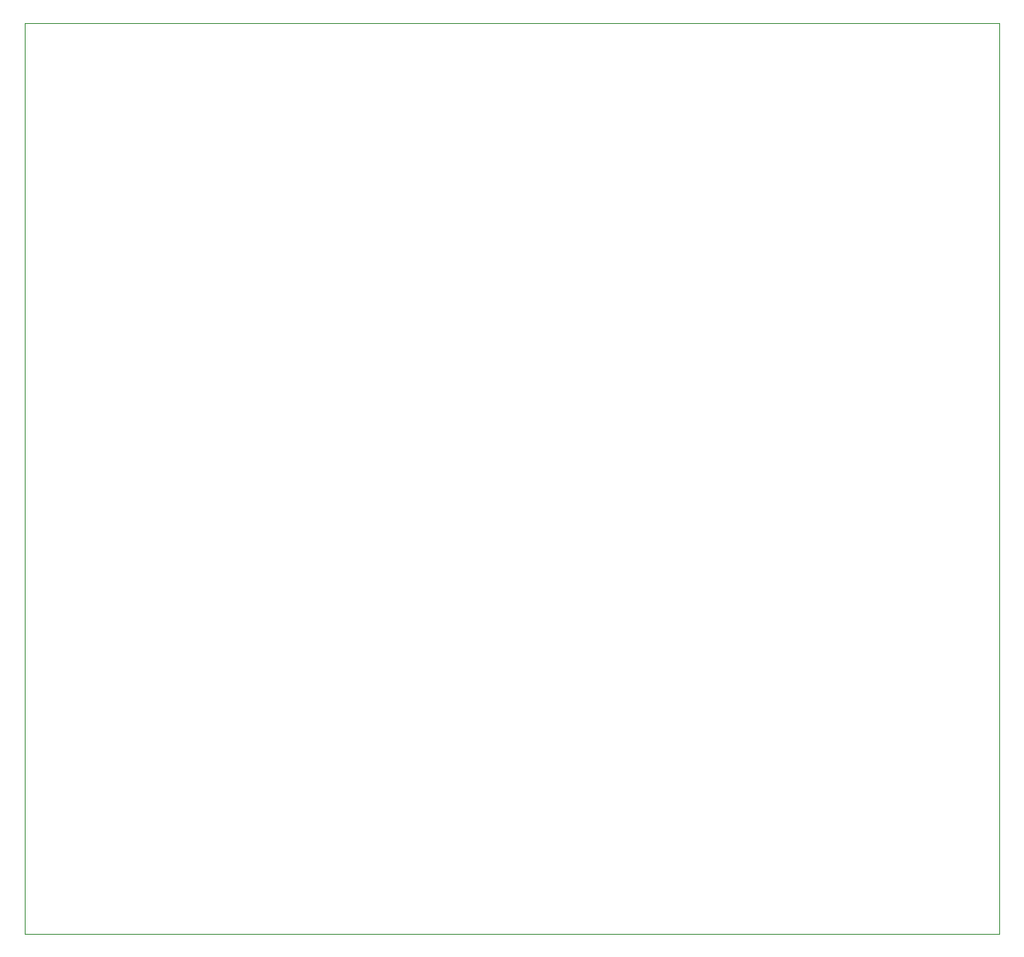
<source format=gbr>
G04 #@! TF.GenerationSoftware,KiCad,Pcbnew,5.1.3-ffb9f22~84~ubuntu16.04.1*
G04 #@! TF.CreationDate,2019-08-02T00:58:10-03:00*
G04 #@! TF.ProjectId,boost-30v-15v,626f6f73-742d-4333-9076-2d3135762e6b,rev?*
G04 #@! TF.SameCoordinates,Original*
G04 #@! TF.FileFunction,Profile,NP*
%FSLAX46Y46*%
G04 Gerber Fmt 4.6, Leading zero omitted, Abs format (unit mm)*
G04 Created by KiCad (PCBNEW 5.1.3-ffb9f22~84~ubuntu16.04.1) date 2019-08-02 00:58:10*
%MOMM*%
%LPD*%
G04 APERTURE LIST*
%ADD10C,0.050000*%
G04 APERTURE END LIST*
D10*
X52500000Y-74500000D02*
X152500000Y-74500000D01*
X52500000Y-168000000D02*
X52500000Y-74500000D01*
X152500000Y-168000000D02*
X52500000Y-168000000D01*
X152500000Y-74500000D02*
X152500000Y-168000000D01*
M02*

</source>
